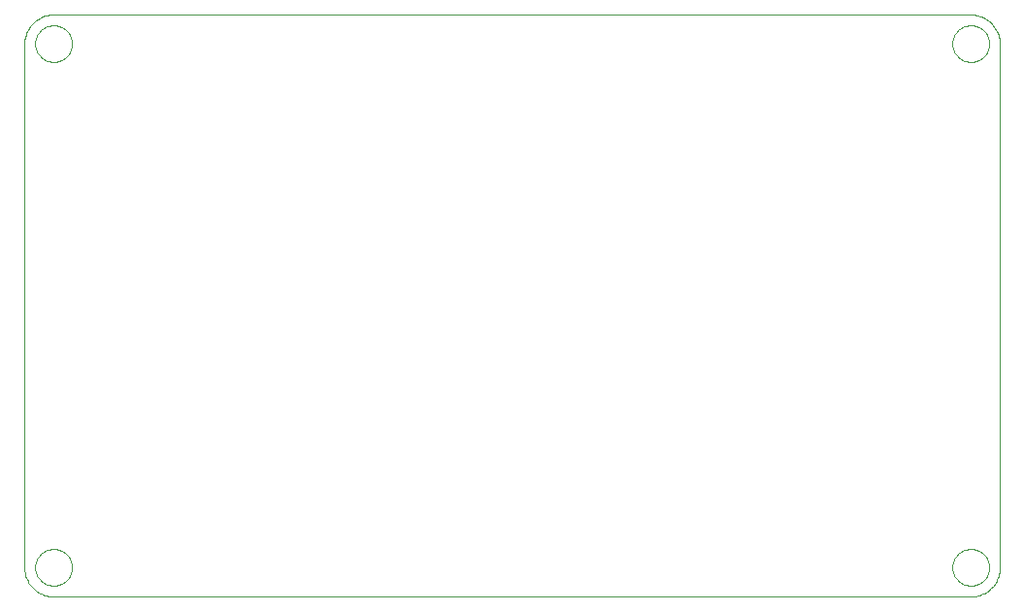
<source format=gm1>
G75*
G70*
%OFA0B0*%
%FSLAX24Y24*%
%IPPOS*%
%LPD*%
%AMOC8*
5,1,8,0,0,1.08239X$1,22.5*
%
%ADD10C,0.0000*%
D10*
X001160Y000500D02*
X032660Y000500D01*
X032030Y001500D02*
X032032Y001550D01*
X032038Y001600D01*
X032048Y001649D01*
X032062Y001697D01*
X032079Y001744D01*
X032100Y001789D01*
X032125Y001833D01*
X032153Y001874D01*
X032185Y001913D01*
X032219Y001950D01*
X032256Y001984D01*
X032296Y002014D01*
X032338Y002041D01*
X032382Y002065D01*
X032428Y002086D01*
X032475Y002102D01*
X032523Y002115D01*
X032573Y002124D01*
X032622Y002129D01*
X032673Y002130D01*
X032723Y002127D01*
X032772Y002120D01*
X032821Y002109D01*
X032869Y002094D01*
X032915Y002076D01*
X032960Y002054D01*
X033003Y002028D01*
X033044Y001999D01*
X033083Y001967D01*
X033119Y001932D01*
X033151Y001894D01*
X033181Y001854D01*
X033208Y001811D01*
X033231Y001767D01*
X033250Y001721D01*
X033266Y001673D01*
X033278Y001624D01*
X033286Y001575D01*
X033290Y001525D01*
X033290Y001475D01*
X033286Y001425D01*
X033278Y001376D01*
X033266Y001327D01*
X033250Y001279D01*
X033231Y001233D01*
X033208Y001189D01*
X033181Y001146D01*
X033151Y001106D01*
X033119Y001068D01*
X033083Y001033D01*
X033044Y001001D01*
X033003Y000972D01*
X032960Y000946D01*
X032915Y000924D01*
X032869Y000906D01*
X032821Y000891D01*
X032772Y000880D01*
X032723Y000873D01*
X032673Y000870D01*
X032622Y000871D01*
X032573Y000876D01*
X032523Y000885D01*
X032475Y000898D01*
X032428Y000914D01*
X032382Y000935D01*
X032338Y000959D01*
X032296Y000986D01*
X032256Y001016D01*
X032219Y001050D01*
X032185Y001087D01*
X032153Y001126D01*
X032125Y001167D01*
X032100Y001211D01*
X032079Y001256D01*
X032062Y001303D01*
X032048Y001351D01*
X032038Y001400D01*
X032032Y001450D01*
X032030Y001500D01*
X032660Y000500D02*
X032720Y000502D01*
X032781Y000507D01*
X032840Y000516D01*
X032899Y000529D01*
X032958Y000545D01*
X033015Y000565D01*
X033070Y000588D01*
X033125Y000615D01*
X033177Y000644D01*
X033228Y000677D01*
X033277Y000713D01*
X033323Y000751D01*
X033367Y000793D01*
X033409Y000837D01*
X033447Y000883D01*
X033483Y000932D01*
X033516Y000983D01*
X033545Y001035D01*
X033572Y001090D01*
X033595Y001145D01*
X033615Y001202D01*
X033631Y001261D01*
X033644Y001320D01*
X033653Y001379D01*
X033658Y001440D01*
X033660Y001500D01*
X033660Y019494D01*
X033658Y019557D01*
X033652Y019619D01*
X033642Y019681D01*
X033629Y019743D01*
X033611Y019803D01*
X033590Y019862D01*
X033565Y019920D01*
X033536Y019976D01*
X033504Y020030D01*
X033469Y020082D01*
X033431Y020131D01*
X033389Y020178D01*
X033345Y020223D01*
X033298Y020264D01*
X033248Y020303D01*
X033196Y020338D01*
X033142Y020370D01*
X033086Y020399D01*
X033028Y020424D01*
X032969Y020445D01*
X032909Y020463D01*
X032848Y020476D01*
X032785Y020486D01*
X032723Y020492D01*
X032660Y020494D01*
X001160Y020500D01*
X000530Y019500D02*
X000532Y019550D01*
X000538Y019600D01*
X000548Y019649D01*
X000562Y019697D01*
X000579Y019744D01*
X000600Y019789D01*
X000625Y019833D01*
X000653Y019874D01*
X000685Y019913D01*
X000719Y019950D01*
X000756Y019984D01*
X000796Y020014D01*
X000838Y020041D01*
X000882Y020065D01*
X000928Y020086D01*
X000975Y020102D01*
X001023Y020115D01*
X001073Y020124D01*
X001122Y020129D01*
X001173Y020130D01*
X001223Y020127D01*
X001272Y020120D01*
X001321Y020109D01*
X001369Y020094D01*
X001415Y020076D01*
X001460Y020054D01*
X001503Y020028D01*
X001544Y019999D01*
X001583Y019967D01*
X001619Y019932D01*
X001651Y019894D01*
X001681Y019854D01*
X001708Y019811D01*
X001731Y019767D01*
X001750Y019721D01*
X001766Y019673D01*
X001778Y019624D01*
X001786Y019575D01*
X001790Y019525D01*
X001790Y019475D01*
X001786Y019425D01*
X001778Y019376D01*
X001766Y019327D01*
X001750Y019279D01*
X001731Y019233D01*
X001708Y019189D01*
X001681Y019146D01*
X001651Y019106D01*
X001619Y019068D01*
X001583Y019033D01*
X001544Y019001D01*
X001503Y018972D01*
X001460Y018946D01*
X001415Y018924D01*
X001369Y018906D01*
X001321Y018891D01*
X001272Y018880D01*
X001223Y018873D01*
X001173Y018870D01*
X001122Y018871D01*
X001073Y018876D01*
X001023Y018885D01*
X000975Y018898D01*
X000928Y018914D01*
X000882Y018935D01*
X000838Y018959D01*
X000796Y018986D01*
X000756Y019016D01*
X000719Y019050D01*
X000685Y019087D01*
X000653Y019126D01*
X000625Y019167D01*
X000600Y019211D01*
X000579Y019256D01*
X000562Y019303D01*
X000548Y019351D01*
X000538Y019400D01*
X000532Y019450D01*
X000530Y019500D01*
X000160Y019500D02*
X000160Y001500D01*
X000530Y001500D02*
X000532Y001550D01*
X000538Y001600D01*
X000548Y001649D01*
X000562Y001697D01*
X000579Y001744D01*
X000600Y001789D01*
X000625Y001833D01*
X000653Y001874D01*
X000685Y001913D01*
X000719Y001950D01*
X000756Y001984D01*
X000796Y002014D01*
X000838Y002041D01*
X000882Y002065D01*
X000928Y002086D01*
X000975Y002102D01*
X001023Y002115D01*
X001073Y002124D01*
X001122Y002129D01*
X001173Y002130D01*
X001223Y002127D01*
X001272Y002120D01*
X001321Y002109D01*
X001369Y002094D01*
X001415Y002076D01*
X001460Y002054D01*
X001503Y002028D01*
X001544Y001999D01*
X001583Y001967D01*
X001619Y001932D01*
X001651Y001894D01*
X001681Y001854D01*
X001708Y001811D01*
X001731Y001767D01*
X001750Y001721D01*
X001766Y001673D01*
X001778Y001624D01*
X001786Y001575D01*
X001790Y001525D01*
X001790Y001475D01*
X001786Y001425D01*
X001778Y001376D01*
X001766Y001327D01*
X001750Y001279D01*
X001731Y001233D01*
X001708Y001189D01*
X001681Y001146D01*
X001651Y001106D01*
X001619Y001068D01*
X001583Y001033D01*
X001544Y001001D01*
X001503Y000972D01*
X001460Y000946D01*
X001415Y000924D01*
X001369Y000906D01*
X001321Y000891D01*
X001272Y000880D01*
X001223Y000873D01*
X001173Y000870D01*
X001122Y000871D01*
X001073Y000876D01*
X001023Y000885D01*
X000975Y000898D01*
X000928Y000914D01*
X000882Y000935D01*
X000838Y000959D01*
X000796Y000986D01*
X000756Y001016D01*
X000719Y001050D01*
X000685Y001087D01*
X000653Y001126D01*
X000625Y001167D01*
X000600Y001211D01*
X000579Y001256D01*
X000562Y001303D01*
X000548Y001351D01*
X000538Y001400D01*
X000532Y001450D01*
X000530Y001500D01*
X000160Y001500D02*
X000162Y001440D01*
X000167Y001379D01*
X000176Y001320D01*
X000189Y001261D01*
X000205Y001202D01*
X000225Y001145D01*
X000248Y001090D01*
X000275Y001035D01*
X000304Y000983D01*
X000337Y000932D01*
X000373Y000883D01*
X000411Y000837D01*
X000453Y000793D01*
X000497Y000751D01*
X000543Y000713D01*
X000592Y000677D01*
X000643Y000644D01*
X000695Y000615D01*
X000750Y000588D01*
X000805Y000565D01*
X000862Y000545D01*
X000921Y000529D01*
X000980Y000516D01*
X001039Y000507D01*
X001100Y000502D01*
X001160Y000500D01*
X000160Y019499D02*
X000162Y019562D01*
X000168Y019625D01*
X000178Y019687D01*
X000192Y019748D01*
X000209Y019808D01*
X000231Y019867D01*
X000256Y019925D01*
X000284Y019981D01*
X000316Y020035D01*
X000351Y020087D01*
X000390Y020136D01*
X000431Y020183D01*
X000476Y020228D01*
X000523Y020269D01*
X000572Y020308D01*
X000624Y020343D01*
X000678Y020375D01*
X000734Y020404D01*
X000792Y020428D01*
X000851Y020450D01*
X000911Y020467D01*
X000972Y020481D01*
X001034Y020491D01*
X001097Y020497D01*
X001160Y020499D01*
X032030Y019500D02*
X032032Y019550D01*
X032038Y019600D01*
X032048Y019649D01*
X032062Y019697D01*
X032079Y019744D01*
X032100Y019789D01*
X032125Y019833D01*
X032153Y019874D01*
X032185Y019913D01*
X032219Y019950D01*
X032256Y019984D01*
X032296Y020014D01*
X032338Y020041D01*
X032382Y020065D01*
X032428Y020086D01*
X032475Y020102D01*
X032523Y020115D01*
X032573Y020124D01*
X032622Y020129D01*
X032673Y020130D01*
X032723Y020127D01*
X032772Y020120D01*
X032821Y020109D01*
X032869Y020094D01*
X032915Y020076D01*
X032960Y020054D01*
X033003Y020028D01*
X033044Y019999D01*
X033083Y019967D01*
X033119Y019932D01*
X033151Y019894D01*
X033181Y019854D01*
X033208Y019811D01*
X033231Y019767D01*
X033250Y019721D01*
X033266Y019673D01*
X033278Y019624D01*
X033286Y019575D01*
X033290Y019525D01*
X033290Y019475D01*
X033286Y019425D01*
X033278Y019376D01*
X033266Y019327D01*
X033250Y019279D01*
X033231Y019233D01*
X033208Y019189D01*
X033181Y019146D01*
X033151Y019106D01*
X033119Y019068D01*
X033083Y019033D01*
X033044Y019001D01*
X033003Y018972D01*
X032960Y018946D01*
X032915Y018924D01*
X032869Y018906D01*
X032821Y018891D01*
X032772Y018880D01*
X032723Y018873D01*
X032673Y018870D01*
X032622Y018871D01*
X032573Y018876D01*
X032523Y018885D01*
X032475Y018898D01*
X032428Y018914D01*
X032382Y018935D01*
X032338Y018959D01*
X032296Y018986D01*
X032256Y019016D01*
X032219Y019050D01*
X032185Y019087D01*
X032153Y019126D01*
X032125Y019167D01*
X032100Y019211D01*
X032079Y019256D01*
X032062Y019303D01*
X032048Y019351D01*
X032038Y019400D01*
X032032Y019450D01*
X032030Y019500D01*
M02*

</source>
